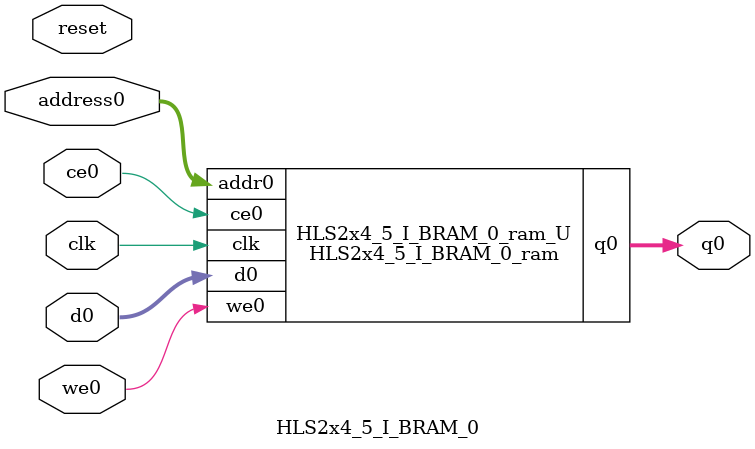
<source format=v>

`timescale 1 ns / 1 ps
module HLS2x4_5_I_BRAM_0_ram (addr0, ce0, d0, we0, q0,  clk);

parameter DWIDTH = 16;
parameter AWIDTH = 8;
parameter MEM_SIZE = 225;

input[AWIDTH-1:0] addr0;
input ce0;
input[DWIDTH-1:0] d0;
input we0;
output reg[DWIDTH-1:0] q0;
input clk;

(* ram_style = "block" *)reg [DWIDTH-1:0] ram[0:MEM_SIZE-1];




always @(posedge clk)  
begin 
    if (ce0) 
    begin
        if (we0) 
        begin 
            ram[addr0] <= d0; 
            q0 <= d0;
        end 
        else 
            q0 <= ram[addr0];
    end
end


endmodule


`timescale 1 ns / 1 ps
module HLS2x4_5_I_BRAM_0(
    reset,
    clk,
    address0,
    ce0,
    we0,
    d0,
    q0);

parameter DataWidth = 32'd16;
parameter AddressRange = 32'd225;
parameter AddressWidth = 32'd8;
input reset;
input clk;
input[AddressWidth - 1:0] address0;
input ce0;
input we0;
input[DataWidth - 1:0] d0;
output[DataWidth - 1:0] q0;



HLS2x4_5_I_BRAM_0_ram HLS2x4_5_I_BRAM_0_ram_U(
    .clk( clk ),
    .addr0( address0 ),
    .ce0( ce0 ),
    .d0( d0 ),
    .we0( we0 ),
    .q0( q0 ));

endmodule


</source>
